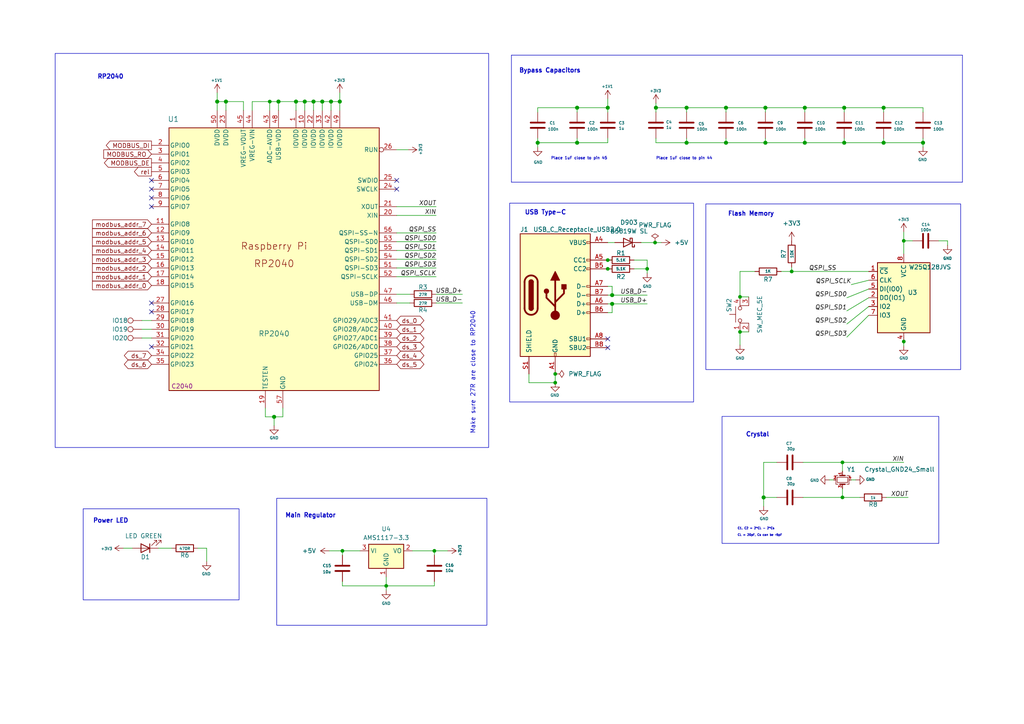
<source format=kicad_sch>
(kicad_sch (version 20230121) (generator eeschema)
  (paper "A4")
  (title_block (title "CPU") (date "2023-11-24"))
  (lib_symbols
    (symbol "00_project_library:AMS1117-3.3"
      (property "Reference" "U" (at -3.81 3.175 0))
      (property "Value" "AMS1117-3.3" (at 0 3.175 0))
      (symbol "AMS1117-3.3_1_1"
        (pin power_in line (at 0 -7.62 90) (length 2.54) (name "GND") (number "1"))
        (pin power_out line (at 7.62 0 180) (length 2.54) (name "VO") (number "2"))
        (pin power_in line (at -7.62 0 0) (length 2.54) (name "VI") (number "3"))
      )
    )
    (symbol "00_project_library:C" (pin_numbers hide) (pin_names (offset 0.254))
      (property "Reference" "C" (at 0.635 2.54 0))
      (property "Value" "C" (at 0.635 -2.54 0))
      (symbol "C_1_1"
        (pin passive line (at 0 3.81 270) (length 2.794) (name "~") (number "1"))
        (pin passive line (at 0 -3.81 90) (length 2.794) (name "~") (number "2"))
      )
    )
    (symbol "00_project_library:Crystal_GND24_Small" (pin_names (offset 1.016) hide)
      (property "Reference" "Y" (at 1.27 4.445 0))
      (property "Value" "Crystal_GND24_Small" (at 1.27 2.54 0))
      (symbol "Crystal_GND24_Small_1_1"
        (pin passive line (at -2.54 0 0) (length 1.27) (name "1") (number "1"))
        (pin passive line (at 0 -2.54 90) (length 0.635) (name "2") (number "2"))
        (pin passive line (at 2.54 0 180) (length 1.27) (name "3") (number "3"))
        (pin passive line (at 0 2.54 270) (length 0.635) (name "4") (number "4"))
      )
    )
    (symbol "00_project_library:LED GREEN" (pin_numbers hide) (pin_names (offset 1.016) hide)
      (property "Reference" "D" (at 0 2.54 0))
      (property "Value" "LED GREEN" (at 0 -2.54 0))
      (symbol "LED GREEN_1_1"
        (pin passive line (at -3.81 0 0) (length 2.54) (name "K") (number "1"))
        (pin passive line (at 3.81 0 180) (length 2.54) (name "A") (number "2"))
      )
    )
    (symbol "00_project_library:RP2040" (pin_names (offset 0.254))
      (property "Reference" "U" (at 1.27 78.74 0))
      (property "Value" "RP2040" (at 30.48 16.51 0))
      (symbol "RP2040_0_0"
        (text "Raspberry Pi" (at 30.48 41.91 0) (effects (font (size 2 2))))
        (text "RP2040" (at 30.48 36.83 0) (effects (font (size 2 2))))
      )
      (symbol "RP2040_1_1"
        (pin power_in line (at 36.83 81.28 270) (length 5.08) (name "IOVDD") (number "1"))
        (pin power_in line (at 39.37 81.28 270) (length 5.08) (name "IOVDD") (number "10"))
        (pin bidirectional line (at -5.08 48.26 0) (length 5.08) (name "GPIO8") (number "11"))
        (pin bidirectional line (at -5.08 45.72 0) (length 5.08) (name "GPIO9") (number "12"))
        (pin bidirectional line (at -5.08 43.18 0) (length 5.08) (name "GPIO10") (number "13"))
        (pin bidirectional line (at -5.08 40.64 0) (length 5.08) (name "GPIO11") (number "14"))
        (pin bidirectional line (at -5.08 38.1 0) (length 5.08) (name "GPIO12") (number "15"))
        (pin bidirectional line (at -5.08 35.56 0) (length 5.08) (name "GPIO13") (number "16"))
        (pin bidirectional line (at -5.08 33.02 0) (length 5.08) (name "GPIO14") (number "17"))
        (pin bidirectional line (at -5.08 30.48 0) (length 5.08) (name "GPIO15") (number "18"))
        (pin input line (at 27.94 -5.08 90) (length 5.08) (name "TESTEN") (number "19"))
        (pin bidirectional line (at -5.08 71.12 0) (length 5.08) (name "GPIO0") (number "2"))
        (pin bidirectional line (at 66.04 50.8 180) (length 5.08) (name "XIN") (number "20"))
        (pin output line (at 66.04 53.34 180) (length 5.08) (name "XOUT") (number "21"))
        (pin power_in line (at 41.91 81.28 270) (length 5.08) (name "IOVDD") (number "22"))
        (pin power_in line (at 16.51 81.28 270) (length 5.08) (name "DVDD") (number "23"))
        (pin unspecified line (at 66.04 58.42 180) (length 5.08) (name "SWCLK") (number "24"))
        (pin unspecified line (at 66.04 60.96 180) (length 5.08) (name "SWDIO") (number "25"))
        (pin input inverted (at 66.04 69.85 180) (length 5.08) (name "RUN") (number "26"))
        (pin bidirectional line (at -5.08 25.4 0) (length 5.08) (name "GPIO16") (number "27"))
        (pin bidirectional line (at -5.08 22.86 0) (length 5.08) (name "GPIO17") (number "28"))
        (pin bidirectional line (at -5.08 20.32 0) (length 5.08) (name "GPIO18") (number "29"))
        (pin bidirectional line (at -5.08 68.58 0) (length 5.08) (name "GPIO1") (number "3"))
        (pin bidirectional line (at -5.08 17.78 0) (length 5.08) (name "GPIO19") (number "30"))
        (pin bidirectional line (at -5.08 15.24 0) (length 5.08) (name "GPIO20") (number "31"))
        (pin bidirectional line (at -5.08 12.7 0) (length 5.08) (name "GPIO21") (number "32"))
        (pin power_in line (at 44.45 81.28 270) (length 5.08) (name "IOVDD") (number "33"))
        (pin bidirectional line (at -5.08 10.16 0) (length 5.08) (name "GPIO22") (number "34"))
        (pin bidirectional line (at -5.08 7.62 0) (length 5.08) (name "GPIO23") (number "35"))
        (pin bidirectional line (at 66.04 7.62 180) (length 5.08) (name "GPIO24") (number "36"))
        (pin bidirectional line (at 66.04 10.16 180) (length 5.08) (name "GPIO25") (number "37"))
        (pin bidirectional line (at 66.04 12.7 180) (length 5.08) (name "GPIO26/ADC0") (number "38"))
        (pin bidirectional line (at 66.04 15.24 180) (length 5.08) (name "GPIO27/ADC1") (number "39"))
        (pin bidirectional line (at -5.08 66.04 0) (length 5.08) (name "GPIO2") (number "4"))
        (pin bidirectional line (at 66.04 17.78 180) (length 5.08) (name "GPIO28/ADC2") (number "40"))
        (pin bidirectional line (at 66.04 20.32 180) (length 5.08) (name "GPIO29/ADC3") (number "41"))
        (pin power_in line (at 46.99 81.28 270) (length 5.08) (name "IOVDD") (number "42"))
        (pin power_in line (at 29.21 81.28 270) (length 5.08) (name "ADC-AVDD") (number "43"))
        (pin power_in line (at 24.13 81.28 270) (length 5.08) (name "VREG-VIN") (number "44"))
        (pin power_out line (at 21.59 81.28 270) (length 5.08) (name "VREG-VOUT") (number "45"))
        (pin bidirectional line (at 66.04 25.4 180) (length 5.08) (name "USB-DM") (number "46"))
        (pin bidirectional line (at 66.04 27.94 180) (length 5.08) (name "USB-DP") (number "47"))
        (pin power_in line (at 31.75 81.28 270) (length 5.08) (name "USB-VDD") (number "48"))
        (pin power_in line (at 49.53 81.28 270) (length 5.08) (name "IOVDD") (number "49"))
        (pin bidirectional line (at -5.08 63.5 0) (length 5.08) (name "GPIO3") (number "5"))
        (pin power_in line (at 13.97 81.28 270) (length 5.08) (name "DVDD") (number "50"))
        (pin bidirectional line (at 66.04 35.56 180) (length 5.08) (name "QSPI-SD3") (number "51"))
        (pin bidirectional line (at 66.04 33.02 180) (length 5.08) (name "QSPI-SCLK") (number "52"))
        (pin bidirectional line (at 66.04 43.18 180) (length 5.08) (name "QSPI-SD0") (number "53"))
        (pin bidirectional line (at 66.04 38.1 180) (length 5.08) (name "QSPI-SD2") (number "54"))
        (pin bidirectional line (at 66.04 40.64 180) (length 5.08) (name "QSPI-SD1") (number "55"))
        (pin bidirectional line (at 66.04 45.72 180) (length 5.08) (name "QSPI-SS-N") (number "56"))
        (pin power_in line (at 33.02 -5.08 90) (length 5.08) (name "GND") (number "57"))
        (pin bidirectional line (at -5.08 60.96 0) (length 5.08) (name "GPIO4") (number "6"))
        (pin bidirectional line (at -5.08 58.42 0) (length 5.08) (name "GPIO5") (number "7"))
        (pin bidirectional line (at -5.08 55.88 0) (length 5.08) (name "GPIO6") (number "8"))
        (pin bidirectional line (at -5.08 53.34 0) (length 5.08) (name "GPIO7") (number "9"))
      )
    )
    (symbol "00_project_library:SW_MEC_5E" (pin_names (offset 1.016) hide)
      (property "Reference" "SW" (at 0.635 5.715 0))
      (property "Value" "SW_MEC_5E" (at 0 -3.175 0))
      (symbol "SW_MEC_5E_0_1"
        (pin passive line (at -5.08 2.54 0) (length 2.54) (name "1") (number "1"))
        (pin passive line (at -5.08 0 0) (length 2.54) (name "2") (number "2"))
        (pin passive line (at 5.08 0 180) (length 2.54) (name "K") (number "3"))
        (pin passive line (at 5.08 2.54 180) (length 2.54) (name "A") (number "4"))
      )
    )
    (symbol "00_project_library:USB_C_Receptacle_USB2.0" (pin_names (offset 1.016))
      (property "Reference" "J" (at -10.16 19.05 0))
      (property "Value" "USB_C_Receptacle_USB2.0" (at 19.05 19.05 0))
      (symbol "USB_C_Receptacle_USB2.0_1_1"
        (pin passive line (at 0 -22.86 90) (length 5.08) (name "GND") (number "A1"))
        (pin passive line (at 0 -22.86 90) (length 5.08) hide (name "GND") (number "A12"))
        (pin passive line (at 15.24 15.24 180) (length 5.08) (name "VBUS") (number "A4"))
        (pin bidirectional line (at 15.24 10.16 180) (length 5.08) (name "CC1") (number "A5"))
        (pin bidirectional line (at 15.24 -2.54 180) (length 5.08) (name "D+") (number "A6"))
        (pin bidirectional line (at 15.24 2.54 180) (length 5.08) (name "D-") (number "A7"))
        (pin bidirectional line (at 15.24 -12.7 180) (length 5.08) (name "SBU1") (number "A8"))
        (pin passive line (at 15.24 15.24 180) (length 5.08) hide (name "VBUS") (number "A9"))
        (pin passive line (at 0 -22.86 90) (length 5.08) hide (name "GND") (number "B1"))
        (pin passive line (at 0 -22.86 90) (length 5.08) hide (name "GND") (number "B12"))
        (pin passive line (at 15.24 15.24 180) (length 5.08) hide (name "VBUS") (number "B4"))
        (pin bidirectional line (at 15.24 7.62 180) (length 5.08) (name "CC2") (number "B5"))
        (pin bidirectional line (at 15.24 -5.08 180) (length 5.08) (name "D+") (number "B6"))
        (pin bidirectional line (at 15.24 0 180) (length 5.08) (name "D-") (number "B7"))
        (pin bidirectional line (at 15.24 -15.24 180) (length 5.08) (name "SBU2") (number "B8"))
        (pin passive line (at 15.24 15.24 180) (length 5.08) hide (name "VBUS") (number "B9"))
        (pin passive line (at -7.62 -22.86 90) (length 5.08) (name "SHIELD") (number "S1"))
      )
    )
    (symbol "00_project_library:W25Q128JVS"
      (property "Reference" "U" (at -8.89 8.89 0))
      (property "Value" "W25Q128JVS" (at 7.62 8.89 0))
      (symbol "W25Q128JVS_1_1"
        (pin input line (at -10.16 7.62 0) (length 2.54) (name "~{CS}") (number "1"))
        (pin bidirectional line (at -10.16 0 0) (length 2.54) (name "DO(IO1)") (number "2"))
        (pin bidirectional line (at -10.16 -2.54 0) (length 2.54) (name "IO2") (number "3"))
        (pin power_in line (at 0 -12.7 90) (length 2.54) (name "GND") (number "4"))
        (pin bidirectional line (at -10.16 2.54 0) (length 2.54) (name "DI(IO0)") (number "5"))
        (pin input line (at -10.16 5.08 0) (length 2.54) (name "CLK") (number "6"))
        (pin bidirectional line (at -10.16 -5.08 0) (length 2.54) (name "IO3") (number "7"))
        (pin power_in line (at 0 12.7 270) (length 2.54) (name "VCC") (number "8"))
      )
    )
    (symbol "Connector:TestPoint" (pin_numbers hide) (pin_names (offset 0.762) hide)
      (property "Reference" "TP" (at 0 6.858 0))
      (property "Value" "TestPoint" (at 0 5.08 0))
      (symbol "TestPoint_1_1"
        (pin passive line (at 0 0 90) (length 2.54) (name "1") (number "1"))
      )
    )
    (symbol "Device:D_Schottky" (pin_numbers hide) (pin_names (offset 1.016) hide)
      (property "Reference" "D" (at 0 2.54 0))
      (property "Value" "D_Schottky" (at 0 -2.54 0))
      (symbol "D_Schottky_1_1"
        (pin passive line (at -3.81 0 0) (length 2.54) (name "K") (number "1"))
        (pin passive line (at 3.81 0 180) (length 2.54) (name "A") (number "2"))
      )
    )
    (symbol "Device:R" (pin_numbers hide) (pin_names (offset 0))
      (property "Reference" "R" (at 2.032 0 90))
      (property "Value" "R" (at 0 0 90))
      (symbol "R_1_1"
        (pin passive line (at 0 3.81 270) (length 1.27) (name "~") (number "1"))
        (pin passive line (at 0 -3.81 90) (length 1.27) (name "~") (number "2"))
      )
    )
    (symbol "power:+1V1" (power) (pin_names (offset 0))
      (property "Value" "+1V1" (at 0 3.556 0))
      (symbol "+1V1_1_1"
        (pin power_in line (at 0 0 90) (length 0) hide (name "+1V1") (number "1"))
      )
    )
    (symbol "power:+3V3" (power) (pin_names (offset 0))
      (property "Value" "+3V3" (at 0 3.556 0))
      (symbol "+3V3_1_1"
        (pin power_in line (at 0 0 90) (length 0) hide (name "+3V3") (number "1"))
      )
    )
    (symbol "power:+5V" (power) (pin_names (offset 0))
      (property "Value" "+5V" (at 0 3.556 0))
      (symbol "+5V_1_1"
        (pin power_in line (at 0 0 90) (length 0) hide (name "+5V") (number "1"))
      )
    )
    (symbol "power:GND" (power) (pin_names (offset 0))
      (property "Value" "GND" (at 0 -3.81 0))
      (symbol "GND_1_1"
        (pin power_in line (at 0 0 270) (length 0) hide (name "GND") (number "1"))
      )
    )
    (symbol "power:PWR_FLAG" (power) (pin_numbers hide) (pin_names (offset 0) hide)
      (property "Value" "PWR_FLAG" (at 0 3.81 0))
      (symbol "PWR_FLAG_0_0"
        (pin power_out line (at 0 0 90) (length 0) (name "pwr") (number "1"))
      )
    )
  )
  (junction (at 90.932 29.464) (diameter 1.016))
  (junction (at 262.128 69.85))
  (junction (at 79.502 120.904) (diameter 1.016))
  (junction (at 214.63 86.106))
  (junction (at 176.276 31.242) (diameter 1.016))
  (junction (at 262.128 99.06))
  (junction (at 98.552 29.464) (diameter 1.016))
  (junction (at 221.996 31.242) (diameter 1.016))
  (junction (at 155.956 41.402) (diameter 1.016))
  (junction (at 78.232 29.464))
  (junction (at 187.706 77.978))
  (junction (at 233.426 31.242) (diameter 1.016))
  (junction (at 62.992 29.464) (diameter 1.016))
  (junction (at 221.996 41.402) (diameter 1.016))
  (junction (at 244.856 31.242) (diameter 1.016))
  (junction (at 88.392 29.464) (diameter 1.016))
  (junction (at 112.014 169.926))
  (junction (at 167.386 41.402) (diameter 1.016))
  (junction (at 80.772 29.464) (diameter 1.016))
  (junction (at 210.566 31.242) (diameter 1.016))
  (junction (at 190.246 31.242) (diameter 1.016))
  (junction (at 214.63 96.266))
  (junction (at 267.716 41.402) (diameter 1.016))
  (junction (at 96.012 29.464) (diameter 1.016))
  (junction (at 99.314 159.766))
  (junction (at 177.546 88.138) (diameter 1.016))
  (junction (at 176.276 75.438))
  (junction (at 85.852 29.464) (diameter 1.016))
  (junction (at 65.532 29.464) (diameter 1.016))
  (junction (at 256.286 31.242) (diameter 1.016))
  (junction (at 199.136 41.402) (diameter 1.016))
  (junction (at 125.984 159.766))
  (junction (at 210.566 41.402) (diameter 1.016))
  (junction (at 244.348 134.112))
  (junction (at 221.488 144.272) (diameter 1.016))
  (junction (at 256.286 41.402) (diameter 1.016))
  (junction (at 161.036 108.458))
  (junction (at 161.036 110.998))
  (junction (at 93.472 29.464) (diameter 1.016))
  (junction (at 233.426 41.402) (diameter 1.016))
  (junction (at 244.856 41.402) (diameter 1.016))
  (junction (at 244.348 144.272))
  (junction (at 229.616 78.74))
  (junction (at 177.546 85.598) (diameter 1.016))
  (junction (at 176.276 77.978))
  (junction (at 167.386 31.242) (diameter 1.016))
  (junction (at 199.136 31.242) (diameter 1.016))
  (junction (at 189.992 70.358))
  (no_connect (at 176.276 100.838))
  (no_connect (at 43.942 52.324))
  (no_connect (at 176.276 98.298))
  (no_connect (at 115.062 52.324))
  (no_connect (at 43.942 100.584))
  (no_connect (at 43.942 90.424))
  (no_connect (at 43.942 87.884))
  (no_connect (at 115.062 54.864))
  (no_connect (at 43.942 54.864))
  (no_connect (at 43.942 59.944))
  (no_connect (at 43.942 57.404))
  (wire (pts (xy 98.552 32.004) (xy 98.552 29.464)))
  (wire (pts (xy 183.896 75.438) (xy 187.706 75.438)))
  (wire (pts (xy 115.062 70.104) (xy 126.492 70.104)))
  (wire (pts (xy 79.502 120.904) (xy 82.042 120.904)))
  (wire (pts (xy 82.042 120.904) (xy 82.042 118.364)))
  (wire (pts (xy 90.932 29.464) (xy 93.472 29.464)))
  (wire (pts (xy 80.772 32.004) (xy 80.772 29.464)))
  (wire (pts (xy 221.996 41.402) (xy 210.566 41.402)))
  (wire (pts (xy 96.012 29.464) (xy 98.552 29.464)))
  (wire (pts (xy 93.472 29.464) (xy 96.012 29.464)))
  (wire (pts (xy 272.288 69.85) (xy 274.828 69.85)))
  (wire (pts (xy 256.286 32.512) (xy 256.286 31.242)))
  (wire (pts (xy 125.984 161.036) (xy 125.984 159.766)))
  (wire (pts (xy 112.014 169.926) (xy 112.014 171.196)))
  (wire (pts (xy 199.136 40.132) (xy 199.136 41.402)))
  (wire (pts (xy 115.062 62.484) (xy 126.492 62.484)))
  (wire (pts (xy 251.968 88.9) (xy 245.618 93.98)))
  (wire (pts (xy 233.426 32.512) (xy 233.426 31.242)))
  (polyline (pts (xy 148.336 16.002) (xy 148.336 52.832)))
  (wire (pts (xy 190.246 31.242) (xy 190.246 32.512)))
  (wire (pts (xy 229.616 77.47) (xy 229.616 78.74)))
  (wire (pts (xy 167.386 41.402) (xy 167.386 40.132)))
  (wire (pts (xy 256.286 31.242) (xy 267.716 31.242)))
  (wire (pts (xy 262.128 99.06) (xy 262.128 100.33)))
  (wire (pts (xy 115.062 67.564) (xy 126.492 67.564)))
  (wire (pts (xy 199.136 31.242) (xy 210.566 31.242)))
  (wire (pts (xy 78.232 32.004) (xy 78.232 29.464)))
  (wire (pts (xy 177.546 85.598) (xy 187.706 85.598)))
  (wire (pts (xy 256.286 41.402) (xy 244.856 41.402)))
  (wire (pts (xy 115.062 59.944) (xy 126.492 59.944)))
  (wire (pts (xy 214.63 78.74) (xy 214.63 86.106)))
  (wire (pts (xy 79.502 123.444) (xy 79.502 120.904)))
  (wire (pts (xy 232.918 144.272) (xy 244.348 144.272)))
  (wire (pts (xy 251.968 83.82) (xy 245.618 86.36)))
  (polyline (pts (xy 279.146 52.832) (xy 148.336 52.832)))
  (wire (pts (xy 190.246 40.132) (xy 190.246 41.402)))
  (wire (pts (xy 57.404 159.004) (xy 59.944 159.004)))
  (wire (pts (xy 244.856 41.402) (xy 233.426 41.402)))
  (wire (pts (xy 244.856 40.132) (xy 244.856 41.402)))
  (wire (pts (xy 155.956 41.402) (xy 167.386 41.402)))
  (wire (pts (xy 99.314 168.656) (xy 99.314 169.926)))
  (wire (pts (xy 88.392 29.464) (xy 90.932 29.464)))
  (wire (pts (xy 115.062 72.644) (xy 126.492 72.644)))
  (wire (pts (xy 78.232 29.464) (xy 80.772 29.464)))
  (wire (pts (xy 99.314 159.766) (xy 99.314 161.036)))
  (wire (pts (xy 185.928 70.358) (xy 189.992 70.358)))
  (wire (pts (xy 59.944 159.004) (xy 59.944 162.814)))
  (wire (pts (xy 93.472 32.004) (xy 93.472 29.464)))
  (wire (pts (xy 218.948 78.74) (xy 214.63 78.74)))
  (wire (pts (xy 244.856 31.242) (xy 256.286 31.242)))
  (wire (pts (xy 267.716 41.402) (xy 267.716 42.672)))
  (wire (pts (xy 62.992 26.924) (xy 62.992 29.464)))
  (wire (pts (xy 65.532 32.004) (xy 65.532 29.464)))
  (wire (pts (xy 274.828 69.85) (xy 274.828 71.12)))
  (wire (pts (xy 126.492 85.344) (xy 134.112 85.344)))
  (wire (pts (xy 76.962 120.904) (xy 76.962 118.364)))
  (wire (pts (xy 41.148 98.044) (xy 43.942 98.044)))
  (wire (pts (xy 214.63 100.076) (xy 214.63 96.266)))
  (wire (pts (xy 244.348 141.732) (xy 244.348 144.272)))
  (wire (pts (xy 85.852 32.004) (xy 85.852 29.464)))
  (wire (pts (xy 244.856 32.512) (xy 244.856 31.242)))
  (wire (pts (xy 161.036 108.458) (xy 161.036 110.998)))
  (wire (pts (xy 153.416 110.998) (xy 161.036 110.998)))
  (wire (pts (xy 251.968 81.28) (xy 246.888 82.55)))
  (wire (pts (xy 225.298 144.272) (xy 221.488 144.272)))
  (wire (pts (xy 267.716 32.512) (xy 267.716 31.242)))
  (wire (pts (xy 176.276 28.702) (xy 176.276 31.242)))
  (wire (pts (xy 73.152 32.004) (xy 73.152 29.464)))
  (wire (pts (xy 262.128 67.31) (xy 262.128 69.85)))
  (wire (pts (xy 240.538 139.192) (xy 241.808 139.192)))
  (wire (pts (xy 190.246 31.242) (xy 199.136 31.242)))
  (wire (pts (xy 190.246 41.402) (xy 199.136 41.402)))
  (wire (pts (xy 225.298 134.112) (xy 221.488 134.112)))
  (wire (pts (xy 112.014 167.386) (xy 112.014 169.926)))
  (wire (pts (xy 35.814 159.004) (xy 38.354 159.004)))
  (wire (pts (xy 176.276 85.598) (xy 177.546 85.598)))
  (wire (pts (xy 90.932 32.004) (xy 90.932 29.464)))
  (wire (pts (xy 85.852 29.464) (xy 88.392 29.464)))
  (wire (pts (xy 96.012 29.464) (xy 96.012 32.004)))
  (wire (pts (xy 267.716 40.132) (xy 267.716 41.402)))
  (wire (pts (xy 210.566 40.132) (xy 210.566 41.402)))
  (wire (pts (xy 257.048 144.272) (xy 263.398 144.272)))
  (wire (pts (xy 214.63 96.266) (xy 217.17 96.266)))
  (wire (pts (xy 262.128 97.79) (xy 262.128 99.06)))
  (wire (pts (xy 221.488 144.272) (xy 221.488 146.812)))
  (wire (pts (xy 229.616 78.74) (xy 251.968 78.74)))
  (wire (pts (xy 155.956 31.242) (xy 167.386 31.242)))
  (wire (pts (xy 99.314 169.926) (xy 112.014 169.926)))
  (wire (pts (xy 70.612 29.464) (xy 65.532 29.464)))
  (wire (pts (xy 104.394 159.766) (xy 99.314 159.766)))
  (wire (pts (xy 115.062 87.884) (xy 118.872 87.884)))
  (wire (pts (xy 41.148 95.504) (xy 43.942 95.504)))
  (wire (pts (xy 244.348 144.272) (xy 249.428 144.272)))
  (wire (pts (xy 183.896 77.978) (xy 187.706 77.978)))
  (wire (pts (xy 95.504 159.766) (xy 99.314 159.766)))
  (wire (pts (xy 126.492 87.884) (xy 134.112 87.884)))
  (wire (pts (xy 115.062 85.344) (xy 118.872 85.344)))
  (wire (pts (xy 176.276 31.242) (xy 176.276 32.512)))
  (wire (pts (xy 244.348 134.112) (xy 244.348 136.652)))
  (wire (pts (xy 176.276 77.978) (xy 177.546 77.978)))
  (wire (pts (xy 262.128 69.85) (xy 262.128 73.66)))
  (wire (pts (xy 251.968 91.44) (xy 245.618 97.79)))
  (wire (pts (xy 45.974 159.004) (xy 49.784 159.004)))
  (wire (pts (xy 233.426 40.132) (xy 233.426 41.402)))
  (wire (pts (xy 73.152 29.464) (xy 78.232 29.464)))
  (wire (pts (xy 155.956 41.402) (xy 155.956 42.672)))
  (wire (pts (xy 129.794 159.766) (xy 125.984 159.766)))
  (wire (pts (xy 262.128 69.85) (xy 264.668 69.85)))
  (wire (pts (xy 233.426 41.402) (xy 221.996 41.402)))
  (wire (pts (xy 233.426 31.242) (xy 244.856 31.242)))
  (wire (pts (xy 210.566 32.512) (xy 210.566 31.242)))
  (polyline (pts (xy 148.336 16.002) (xy 279.146 16.002)))
  (wire (pts (xy 112.014 169.926) (xy 125.984 169.926)))
  (wire (pts (xy 167.386 31.242) (xy 176.276 31.242)))
  (wire (pts (xy 153.416 108.458) (xy 153.416 110.998)))
  (wire (pts (xy 115.062 43.434) (xy 118.364 43.434)))
  (wire (pts (xy 41.148 92.964) (xy 43.942 92.964)))
  (wire (pts (xy 187.706 77.978) (xy 187.706 79.248)))
  (wire (pts (xy 88.392 32.004) (xy 88.392 29.464)))
  (wire (pts (xy 176.276 41.402) (xy 167.386 41.402)))
  (wire (pts (xy 80.772 29.464) (xy 85.852 29.464)))
  (wire (pts (xy 221.996 31.242) (xy 233.426 31.242)))
  (wire (pts (xy 251.968 86.36) (xy 245.618 90.17)))
  (wire (pts (xy 176.276 70.358) (xy 178.308 70.358)))
  (wire (pts (xy 125.984 159.766) (xy 119.634 159.766)))
  (wire (pts (xy 221.996 40.132) (xy 221.996 41.402)))
  (wire (pts (xy 62.992 29.464) (xy 62.992 32.004)))
  (wire (pts (xy 79.502 120.904) (xy 76.962 120.904)))
  (wire (pts (xy 62.992 29.464) (xy 65.532 29.464)))
  (wire (pts (xy 167.386 32.512) (xy 167.386 31.242)))
  (wire (pts (xy 210.566 41.402) (xy 199.136 41.402)))
  (wire (pts (xy 176.276 83.058) (xy 177.546 83.058)))
  (wire (pts (xy 125.984 168.656) (xy 125.984 169.926)))
  (wire (pts (xy 176.276 90.678) (xy 177.546 90.678)))
  (wire (pts (xy 256.286 41.402) (xy 267.716 41.402)))
  (wire (pts (xy 177.546 83.058) (xy 177.546 85.598)))
  (wire (pts (xy 155.956 40.132) (xy 155.956 41.402)))
  (polyline (pts (xy 279.146 16.002) (xy 279.146 52.832)))
  (wire (pts (xy 98.552 26.924) (xy 98.552 29.464)))
  (wire (pts (xy 187.706 75.438) (xy 187.706 77.978)))
  (wire (pts (xy 246.888 139.192) (xy 248.158 139.192)))
  (wire (pts (xy 221.488 134.112) (xy 221.488 144.272)))
  (wire (pts (xy 115.062 80.264) (xy 126.492 80.264)))
  (wire (pts (xy 177.546 88.138) (xy 187.706 88.138)))
  (wire (pts (xy 189.992 70.358) (xy 191.77 70.358)))
  (wire (pts (xy 256.286 40.132) (xy 256.286 41.402)))
  (wire (pts (xy 115.062 77.724) (xy 126.492 77.724)))
  (wire (pts (xy 232.918 134.112) (xy 244.348 134.112)))
  (wire (pts (xy 190.246 29.972) (xy 190.246 31.242)))
  (wire (pts (xy 70.612 32.004) (xy 70.612 29.464)))
  (wire (pts (xy 176.276 40.132) (xy 176.276 41.402)))
  (wire (pts (xy 155.956 32.512) (xy 155.956 31.242)))
  (wire (pts (xy 244.348 134.112) (xy 262.128 134.112)))
  (wire (pts (xy 176.276 88.138) (xy 177.546 88.138)))
  (wire (pts (xy 177.546 90.678) (xy 177.546 88.138)))
  (wire (pts (xy 176.276 75.438) (xy 177.546 75.438)))
  (wire (pts (xy 214.63 86.106) (xy 217.17 86.106)))
  (wire (pts (xy 210.566 31.242) (xy 221.996 31.242)))
  (wire (pts (xy 221.996 32.512) (xy 221.996 31.242)))
  (wire (pts (xy 226.568 78.74) (xy 229.616 78.74)))
  (wire (pts (xy 199.136 32.512) (xy 199.136 31.242)))
  (wire (pts (xy 115.062 75.184) (xy 126.492 75.184)))
  (rectangle (start 209.423 120.777) (end 272.288 157.607))
  (rectangle (start 204.724 59.1509) (end 278.638 107.188))
  (rectangle (start 16.002 15.494) (end 141.732 129.794))
  (rectangle (start 80.264 144.526) (end 141.224 181.356))
  (rectangle (start 147.828 58.928) (end 201.168 116.586))
  (rectangle (start 24.13 147.574) (end 69.342 173.99))
  (text "USB Type-C" (at 152.146 62.484 0) (effects (font (size 1.27 1.27) (thickness 0.254) bold) (justify left bottom)))
  (text "Crystal" (at 216.281 126.873 0) (effects (font (size 1.27 1.27) (thickness 0.254) bold) (justify left bottom)))
  (text "Make sure 27R are close to RP2040" (at 137.922 125.984 90) (effects (font (size 1.27 1.27)) (justify left bottom)))
  (text "RP2040" (at 28.194 23.114 0) (effects (font (size 1.27 1.27) (thickness 0.254) bold) (justify left bottom)))
  (text "Place 1uF close to pin 44" (at 190.246 46.482 0) (effects (font (size 0.8 0.8)) (justify left bottom)))
  (text "Place 1uF close to pin 45" (at 159.766 46.482 0) (effects (font (size 0.8 0.8)) (justify left bottom)))
  (text "Power LED" (at 26.924 151.892 0) (effects (font (size 1.27 1.27) (thickness 0.254) bold) (justify left bottom)))
  (text "Main Regulator" (at 82.677 150.368 0) (effects (font (size 1.27 1.27) (thickness 0.254) bold) (justify left bottom)))
  (text "Flash Memory" (at 211.074 62.865 0) (effects (font (size 1.27 1.27) (thickness 0.254) bold) (justify left bottom)))
  (text "Bypass Capacitors" (at 150.495 21.336 0) (effects (font (size 1.27 1.27) (thickness 0.254) bold) (justify left bottom)))
  (text "C1, C2 = 2*CL - 2*Cs\n\nCL = 20pF, Cs can be ~5pF" (at 213.868 155.702 0) (effects (font (size 0.6 0.6)) (justify left bottom)))
  (label "QSPI_SCLK" (at 126.492 80.264 180) (effects (font italic)))
  (label "QSPI_SD2" (at 245.618 93.98 180) (effects (font italic)))
  (label "QSPI_SS" (at 126.492 67.564 180) (effects (font italic)))
  (label "QSPI_SD1" (at 245.618 90.17 180) (effects (font italic)))
  (label "QSPI_SD2" (at 126.492 75.184 180) (effects (font italic)))
  (label "QSPI_SD0" (at 126.492 70.104 180) (effects (font italic)))
  (label "XOUT" (at 263.398 144.272 180) (effects (font italic)))
  (label "QSPI_SD1" (at 126.492 72.644 180) (effects (font italic)))
  (label "QSPI_SD0" (at 245.618 86.36 180) (effects (font italic)))
  (label "USB_D+" (at 134.112 85.344 180) (effects (font italic)))
  (label "XIN" (at 262.128 134.112 180) (effects (font italic)))
  (label "QSPI_SCLK" (at 246.888 82.55 180) (effects (font italic)))
  (label "QSPI_SD3" (at 245.618 97.79 180) (effects (font italic)))
  (label "QSPI_SD3" (at 126.492 77.724 180) (effects (font italic)))
  (label "USB_D-" (at 187.706 85.598 180) (effects (font italic)))
  (label "XOUT" (at 126.492 59.944 180) (effects (font italic)))
  (label "QSPI_SS" (at 242.57 78.74 180) (effects (font italic)))
  (label "XIN" (at 126.492 62.484 180) (effects (font italic)))
  (label "USB_D-" (at 134.112 87.884 180) (effects (font italic)))
  (label "USB_D+" (at 187.706 88.138 180) (effects (font italic)))
  (global_label "modbus_addr_5" (shape input) (at 43.942 70.104 180) (property "Intersheetrefs" "${INTERSHEET_REFS}" (effects hide)))
  (global_label "modbus_addr_4" (shape input) (at 43.942 72.644 180) (property "Intersheetrefs" "${INTERSHEET_REFS}" (effects hide)))
  (global_label "ds_3" (shape bidirectional) (at 115.062 100.584 0) (property "Intersheetrefs" "${INTERSHEET_REFS}" (effects hide)))
  (global_label "MODBUS_DE" (shape output) (at 43.942 47.244 180) (property "Intersheetrefs" "${INTERSHEET_REFS}" (effects hide)))
  (global_label "ds_5" (shape bidirectional) (at 115.062 105.664 0) (property "Intersheetrefs" "${INTERSHEET_REFS}" (effects hide)))
  (global_label "ds_7" (shape bidirectional) (at 43.942 103.124 180) (property "Intersheetrefs" "${INTERSHEET_REFS}" (effects hide)))
  (global_label "modbus_addr_2" (shape input) (at 43.942 77.724 180) (property "Intersheetrefs" "${INTERSHEET_REFS}" (effects hide)))
  (global_label "ds_1" (shape bidirectional) (at 115.062 95.504 0) (property "Intersheetrefs" "${INTERSHEET_REFS}" (effects hide)))
  (global_label "modbus_addr_3" (shape input) (at 43.942 75.184 180) (property "Intersheetrefs" "${INTERSHEET_REFS}" (effects hide)))
  (global_label "ds_2" (shape bidirectional) (at 115.062 98.044 0) (property "Intersheetrefs" "${INTERSHEET_REFS}" (effects hide)))
  (global_label "rel" (shape output) (at 43.942 49.784 180) (property "Intersheetrefs" "${INTERSHEET_REFS}" (effects hide)))
  (global_label "ds_6" (shape bidirectional) (at 43.942 105.664 180) (property "Intersheetrefs" "${INTERSHEET_REFS}" (effects hide)))
  (global_label "MODBUS_RO" (shape input) (at 43.942 44.704 180) (property "Intersheetrefs" "${INTERSHEET_REFS}" (effects hide)))
  (global_label "modbus_addr_7" (shape input) (at 43.942 65.024 180) (property "Intersheetrefs" "${INTERSHEET_REFS}" (effects hide)))
  (global_label "MODBUS_DI" (shape output) (at 43.942 42.164 180) (property "Intersheetrefs" "${INTERSHEET_REFS}" (effects hide)))
  (global_label "ds_4" (shape bidirectional) (at 115.062 103.124 0) (property "Intersheetrefs" "${INTERSHEET_REFS}" (effects hide)))
  (global_label "modbus_addr_0" (shape input) (at 43.942 82.804 180) (property "Intersheetrefs" "${INTERSHEET_REFS}" (effects hide)))
  (global_label "modbus_addr_1" (shape input) (at 43.942 80.264 180) (property "Intersheetrefs" "${INTERSHEET_REFS}" (effects hide)))
  (global_label "modbus_addr_6" (shape input) (at 43.942 67.564 180) (property "Intersheetrefs" "${INTERSHEET_REFS}" (effects hide)))
  (global_label "ds_0" (shape bidirectional) (at 115.062 92.964 0) (property "Intersheetrefs" "${INTERSHEET_REFS}" (effects hide)))
  (symbol (lib_id "Device:R") (at 122.682 87.884 270) (unit 1)
    (property "Reference" "R4" (at 122.682 89.916 90))
    (property "Value" "27R" (at 122.682 87.9856 90) (effects (font (size 0.8 0.8))))
    (property "Footprint" "Resistor_SMD:R_0402_1005Metric_Pad0.72x0.64mm_HandSolder" (effects hide))
    (instances (project "pcb_dezentral" (path "" (reference "R4") (unit 1)) (path "" (reference "R904") (unit 1))))
  )
  (symbol (lib_id "00_project_library:Crystal_GND24_Small") (at 244.348 139.192 270) (unit 1)
    (property "Reference" "Y1" (at 245.618 136.144 90) (effects (justify left)))
    (property "Value" "Crystal_GND24_Small" (at 250.698 136.144 90) (effects (justify left)))
    (property "Footprint" "00_project_library:Crystal_SMD_3225-4Pin_3.2x2.5mm" (effects hide))
    (property "JLC" "C9002" (effects hide))
    (instances (project "pcb_dezentral" (path "" (reference "Y1") (unit 1)) (path "" (reference "Y901") (unit 1))))
  )
  (symbol (lib_id "00_project_library:C") (at 229.108 134.112 270) (unit 1)
    (property "Reference" "C7" (at 227.9904 128.651 90) (effects (font (size 0.8 0.8)) (justify left)))
    (property "Value" "30p" (at 228.219 130.175 90) (effects (font (size 0.8 0.8)) (justify left)))
    (property "Footprint" "Capacitor_SMD:C_0402_1005Metric" (effects hide))
    (property "Datasheet" "https://www.digikey.com/en/products/detail/yageo/CC0402JRNPO9BN270/302753" (effects hide))
    (property "JLC" "C1570" (effects hide))
    (instances (project "pcb_dezentral" (path "" (reference "C7") (unit 1)) (path "" (reference "C909") (unit 1))))
  )
  (symbol (lib_id "power:+3V3") (at 35.814 159.004 90) (unit 1)
    (property "Reference" "#PWR08" (effects hide))
    (property "Value" "+3V3" (at 30.9118 159.131 90) (effects (font (size 0.8 0.8))))
    (instances (project "pcb_dezentral" (path "" (reference "#PWR08") (unit 1)) (path "" (reference "#PWR0911") (unit 1))))
  )
  (symbol (lib_id "Device:R") (at 53.594 159.004 270) (unit 1)
    (property "Reference" "R6" (at 53.594 161.036 90))
    (property "Value" "470R" (at 53.594 159.1056 90) (effects (font (size 0.8 0.8))))
    (property "Footprint" "Resistor_SMD:R_0402_1005Metric_Pad0.72x0.64mm_HandSolder" (effects hide))
    (instances (project "pcb_dezentral" (path "" (reference "R6") (unit 1)) (path "" (reference "R905") (unit 1))))
  )
  (symbol (lib_id "power:GND") (at 161.036 110.998 0) (unit 1)
    (property "Reference" "#PWR01" (effects hide))
    (property "Value" "GND" (at 160.909 114.6302 0) (effects (font (size 0.8 0.8))))
    (instances (project "pcb_dezentral" (path "" (reference "#PWR01") (unit 1)) (path "" (reference "#PWR0901") (unit 1))))
  )
  (symbol (lib_id "power:GND") (at 267.716 42.672 0) (unit 1)
    (property "Reference" "#PWR024" (effects hide))
    (property "Value" "GND" (at 267.589 46.3042 0) (effects (font (size 0.8 0.8))))
    (instances (project "pcb_dezentral" (path "" (reference "#PWR024") (unit 1)) (path "" (reference "#PWR0922") (unit 1))))
  )
  (symbol (lib_id "00_project_library:C") (at 155.956 36.322 0) (unit 1)
    (property "Reference" "C1" (at 159.385 35.6616 0) (effects (font (size 0.8 0.8)) (justify left)))
    (property "Value" "100n" (at 158.877 37.465 0) (effects (font (size 0.8 0.8)) (justify left)))
    (property "Footprint" "Capacitor_SMD:C_0402_1005Metric_Pad0.74x0.62mm_HandSolder" (effects hide))
    (instances (project "pcb_dezentral" (path "" (reference "C1") (unit 1)) (path "" (reference "C903") (unit 1))))
  )
  (symbol (lib_id "00_project_library:C") (at 233.426 36.322 0) (unit 1)
    (property "Reference" "C10" (at 236.855 35.6616 0) (effects (font (size 0.8 0.8)) (justify left)))
    (property "Value" "100n" (at 236.347 37.465 0) (effects (font (size 0.8 0.8)) (justify left)))
    (property "Footprint" "Capacitor_SMD:C_0402_1005Metric_Pad0.74x0.62mm_HandSolder" (effects hide))
    (instances (project "pcb_dezentral" (path "" (reference "C10") (unit 1)) (path "" (reference "C912") (unit 1))))
  )
  (symbol (lib_id "power:GND") (at 155.956 42.672 0) (unit 1)
    (property "Reference" "#PWR07" (effects hide))
    (property "Value" "GND" (at 156.083 47.0662 0) (effects (font (size 0.8 0.8))))
    (instances (project "pcb_dezentral" (path "" (reference "#PWR07") (unit 1)) (path "" (reference "#PWR0910") (unit 1))))
  )
  (symbol (lib_id "power:GND") (at 240.538 139.192 270) (unit 1)
    (property "Reference" "#PWR018" (effects hide))
    (property "Value" "GND" (at 236.2708 139.319 90) (effects (font (size 0.8 0.8))))
    (instances (project "pcb_dezentral" (path "" (reference "#PWR018") (unit 1)) (path "" (reference "#PWR0918") (unit 1))))
  )
  (symbol (lib_id "power:+3V3") (at 229.616 69.85 0) (unit 1)
    (property "Reference" "#PWR015" (effects hide))
    (property "Value" "+3V3" (at 229.616 64.77 0))
    (instances (project "pcb_dezentral" (path "" (reference "#PWR015") (unit 1)) (path "" (reference "#PWR0917") (unit 1))))
  )
  (symbol (lib_id "Device:R") (at 253.238 144.272 270) (unit 1)
    (property "Reference" "R8" (at 253.238 146.304 90))
    (property "Value" "1k" (at 253.238 144.3736 90) (effects (font (size 0.8 0.8))))
    (property "Footprint" "Resistor_SMD:R_0402_1005Metric_Pad0.72x0.64mm_HandSolder" (effects hide))
    (instances (project "pcb_dezentral" (path "" (reference "R8") (unit 1)) (path "" (reference "R908") (unit 1))))
  )
  (symbol (lib_id "power:+3V3") (at 118.364 43.434 270) (unit 1)
    (property "Reference" "#PWR013" (effects hide))
    (property "Value" "+3V3" (at 121.9962 43.307 0) (effects (font (size 0.8 0.8))))
    (instances (project "pcb_dezentral" (path "" (reference "#PWR013") (unit 1)) (path "" (reference "#PWR037") (unit 1))))
  )
  (symbol (lib_id "00_project_library:C") (at 167.386 36.322 0) (unit 1)
    (property "Reference" "C2" (at 170.815 35.6616 0) (effects (font (size 0.8 0.8)) (justify left)))
    (property "Value" "100n" (at 170.307 37.465 0) (effects (font (size 0.8 0.8)) (justify left)))
    (property "Footprint" "Capacitor_SMD:C_0402_1005Metric_Pad0.74x0.62mm_HandSolder" (effects hide))
    (instances (project "pcb_dezentral" (path "" (reference "C2") (unit 1)) (path "" (reference "C904") (unit 1))))
  )
  (symbol (lib_id "power:PWR_FLAG") (at 189.992 70.358 0) (unit 1)
    (property "Reference" "#FLG02" (effects hide))
    (property "Value" "PWR_FLAG" (at 189.992 65.278 0))
    (instances (project "pcb_dezentral" (path "" (reference "#FLG02") (unit 1)) (path "" (reference "#FLG0902") (unit 1))))
  )
  (symbol (lib_id "power:+3V3") (at 129.794 159.766 270) (unit 1)
    (property "Reference" "#PWR028" (effects hide))
    (property "Value" "+3V3" (at 133.4262 159.639 0) (effects (font (size 0.8 0.8))))
    (instances (project "pcb_dezentral" (path "" (reference "#PWR028") (unit 1)) (path "" (reference "#PWR0909") (unit 1))))
  )
  (symbol (lib_id "00_project_library:C") (at 99.314 164.846 0) (unit 1)
    (property "Reference" "C15" (at 93.599 164.0586 0) (effects (font (size 0.8 0.8)) (justify left)))
    (property "Value" "10u" (at 93.599 165.862 0) (effects (font (size 0.8 0.8)) (justify left)))
    (property "Footprint" "Capacitor_SMD:C_0603_1608Metric" (effects hide))
    (instances (project "pcb_dezentral" (path "" (reference "C15") (unit 1)) (path "" (reference "C901") (unit 1))))
  )
  (symbol (lib_id "00_project_library:SW_MEC_5E") (at 217.17 91.186 90) (unit 1)
    (property "Reference" "SW2" (at 211.455 90.551 0) (effects (justify left)))
    (property "Value" "SW_MEC_5E" (at 220.345 91.186 0))
    (property "Footprint" "00_project_library:SW_TS-1187A-B-A-B" (effects hide))
    (property "Datasheet" "http://www.apem.com/int/index.php?controller=attachment&id_attachment=1371" (effects hide))
    (property "JLC" "C318884" (effects hide))
    (instances (project "pcb_dezentral" (path "" (reference "SW2") (unit 1)) (path "" (reference "SW901") (unit 1))))
  )
  (symbol (lib_id "power:GND") (at 248.158 139.192 90) (unit 1)
    (property "Reference" "#PWR019" (effects hide))
    (property "Value" "GND" (at 252.4252 139.065 90) (effects (font (size 0.8 0.8))))
    (instances (project "pcb_dezentral" (path "" (reference "#PWR019") (unit 1)) (path "" (reference "#PWR0919") (unit 1))))
  )
  (symbol (lib_id "power:GND") (at 274.828 71.12 0) (unit 1)
    (property "Reference" "#PWR025" (effects hide))
    (property "Value" "GND" (at 274.828 74.93 0) (effects (font (size 0.8 0.8))))
    (instances (project "pcb_dezentral" (path "" (reference "#PWR025") (unit 1)) (path "" (reference "#PWR0923") (unit 1))))
  )
  (symbol (lib_id "power:GND") (at 262.128 100.33 0) (unit 1)
    (property "Reference" "#PWR023" (effects hide))
    (property "Value" "GND" (at 262.128 103.886 0) (effects (font (size 0.8 0.8))))
    (instances (project "pcb_dezentral" (path "" (reference "#PWR023") (unit 1)) (path "" (reference "#PWR0921") (unit 1))))
  )
  (symbol (lib_id "00_project_library:C") (at 221.996 36.322 0) (unit 1)
    (property "Reference" "C9" (at 225.425 35.6616 0) (effects (font (size 0.8 0.8)) (justify left)))
    (property "Value" "100n" (at 224.917 37.465 0) (effects (font (size 0.8 0.8)) (justify left)))
    (property "Footprint" "Capacitor_SMD:C_0402_1005Metric_Pad0.74x0.62mm_HandSolder" (effects hide))
    (instances (project "pcb_dezentral" (path "" (reference "C9") (unit 1)) (path "" (reference "C911") (unit 1))))
  )
  (symbol (lib_id "00_project_library:C") (at 244.856 36.322 0) (unit 1)
    (property "Reference" "C11" (at 248.031 35.6616 0) (effects (font (size 0.8 0.8)) (justify left)))
    (property "Value" "100n" (at 247.777 37.465 0) (effects (font (size 0.8 0.8)) (justify left)))
    (property "Footprint" "Capacitor_SMD:C_0402_1005Metric_Pad0.74x0.62mm_HandSolder" (effects hide))
    (instances (project "pcb_dezentral" (path "" (reference "C11") (unit 1)) (path "" (reference "C913") (unit 1))))
  )
  (symbol (lib_id "Device:R") (at 229.616 73.66 0) (unit 1)
    (property "Reference" "R7" (at 227.33 73.66 90))
    (property "Value" "10K" (at 229.7176 73.66 90) (effects (font (size 0.8 0.8))))
    (property "Footprint" "Resistor_SMD:R_0402_1005Metric_Pad0.72x0.64mm_HandSolder" (effects hide))
    (instances (project "pcb_dezentral" (path "" (reference "R7") (unit 1)) (path "" (reference "R907") (unit 1))))
  )
  (symbol (lib_id "Connector:TestPoint") (at 41.148 95.504 90) (unit 1) (in_bom no)
    (property "Reference" "IO19" (at 34.798 95.504 90))
    (property "Value" "TestPoint" (effects hide))
    (property "Footprint" "TestPoint:TestPoint_Pad_D1.0mm" (effects hide))
  )
  (symbol (lib_id "power:GND") (at 214.63 100.076 0) (unit 1)
    (property "Reference" "#PWR016" (effects hide))
    (property "Value" "GND" (at 214.63 103.886 0) (effects (font (size 0.8 0.8))))
    (instances (project "pcb_dezentral" (path "" (reference "#PWR016") (unit 1)) (path "" (reference "#PWR0915") (unit 1))))
  )
  (symbol (lib_id "power:+3V3") (at 262.128 67.31 0) (unit 1)
    (property "Reference" "#PWR022" (effects hide))
    (property "Value" "+3V3" (at 262.001 63.6778 0) (effects (font (size 0.8 0.8))))
    (instances (project "pcb_dezentral" (path "" (reference "#PWR022") (unit 1)) (path "" (reference "#PWR0920") (unit 1))))
  )
  (symbol (lib_id "power:GND") (at 112.014 171.196 0) (unit 1)
    (property "Reference" "#PWR027" (effects hide))
    (property "Value" "GND" (at 112.014 175.006 0) (effects (font (size 0.8 0.8))))
    (instances (project "pcb_dezentral" (path "" (reference "#PWR027") (unit 1)) (path "" (reference "#PWR0908") (unit 1))))
  )
  (symbol (lib_id "00_project_library:RP2040") (at 49.022 113.284 0) (unit 1)
    (property "Reference" "U1" (at 50.292 34.544 0) (effects (font (size 1.524 1.524))))
    (property "Value" "RP2040" (at 79.502 96.774 0) (effects (font (size 1.524 1.524))))
    (property "Footprint" "00_project_library:RP2040-QFN-56" (effects hide))
    (property "Datasheet" "https://datasheets.raspberrypi.org/rp2040/rp2040-datasheet.pdf" (effects hide))
    (property "Author" "CIRCUITSTATE Electronics" (effects hide))
    (property "License" "CC BY 4.0" (effects hide))
    (property "Revision" "1.3" (effects hide))
    (property "JLC" "C2040" (at 52.832 112.014 0))
    (instances (project "pcb_dezentral" (path "" (reference "U1") (unit 1)) (path "" (reference "U901") (unit 1))))
  )
  (symbol (lib_id "Connector:TestPoint") (at 41.148 92.964 90) (unit 1) (in_bom no)
    (property "Reference" "IO18" (at 34.798 92.964 90))
    (property "Value" "TestPoint" (effects hide))
    (property "Footprint" "TestPoint:TestPoint_Pad_D1.0mm" (effects hide))
  )
  (symbol (lib_id "00_project_library:C") (at 199.136 36.322 0) (unit 1)
    (property "Reference" "C5" (at 202.565 35.9156 0) (effects (font (size 0.8 0.8)) (justify left)))
    (property "Value" "100n" (at 202.057 37.465 0) (effects (font (size 0.8 0.8)) (justify left)))
    (property "Footprint" "Capacitor_SMD:C_0402_1005Metric_Pad0.74x0.62mm_HandSolder" (effects hide))
    (instances (project "pcb_dezentral" (path "" (reference "C5") (unit 1)) (path "" (reference "C907") (unit 1))))
  )
  (symbol (lib_id "Device:R") (at 180.086 75.438 90) (unit 1)
    (property "Reference" "R1" (at 180.086 73.406 90))
    (property "Value" "5.1K" (at 180.086 75.438 90) (effects (font (size 0.8 0.8))))
    (property "Footprint" "Resistor_SMD:R_0402_1005Metric_Pad0.72x0.64mm_HandSolder" (effects hide))
    (instances (project "pcb_dezentral" (path "" (reference "R1") (unit 1)) (path "" (reference "R901") (unit 1))))
  )
  (symbol (lib_id "00_project_library:C") (at 268.478 69.85 90) (unit 1)
    (property "Reference" "C14" (at 269.7226 65.151 90) (effects (font (size 0.8 0.8)) (justify left)))
    (property "Value" "100n" (at 270.129 66.675 90) (effects (font (size 0.8 0.8)) (justify left)))
    (property "Footprint" "Capacitor_SMD:C_0402_1005Metric_Pad0.74x0.62mm_HandSolder" (effects hide))
    (instances (project "pcb_dezentral" (path "" (reference "C14") (unit 1)) (path "" (reference "C916") (unit 1))))
  )
  (symbol (lib_id "00_project_library:USB_C_Receptacle_USB2.0") (at 161.036 85.598 0) (unit 1)
    (property "Reference" "J1" (at 150.876 66.548 0) (effects (justify left)))
    (property "Value" "USB_C_Receptacle_USB2.0" (at 180.086 66.548 0) (effects (justify right)))
    (property "Footprint" "00_project_library:USB_C_Receptacle_Palconn_UTC16-G" (effects hide))
    (property "Datasheet" "https://www.usb.org/sites/default/files/documents/usb_type-c.zip" (effects hide))
    (property "JLC" "C165948" (effects hide))
    (property "DigiKey" "https://www.digikey.com/en/products/detail/gct/USB4105-GF-A/11198441" (effects hide))
    (property "Digikey" "https://www.digikey.com/en/products/detail/gct/USB4105-GF-A/11198441" (effects hide))
    (instances (project "pcb_dezentral" (path "" (reference "J1") (unit 1)) (path "" (reference "J901") (unit 1))))
  )
  (symbol (lib_id "00_project_library:C") (at 176.276 36.322 0) (unit 1)
    (property "Reference" "C3" (at 179.451 35.6616 0) (effects (font (size 0.8 0.8)) (justify left)))
    (property "Value" "1u" (at 179.451 37.211 0) (effects (font (size 0.8 0.8)) (justify left)))
    (property "Footprint" "Capacitor_SMD:C_0402_1005Metric_Pad0.74x0.62mm_HandSolder" (effects hide))
    (instances (project "pcb_dezentral" (path "" (reference "C3") (unit 1)) (path "" (reference "C905") (unit 1))))
  )
  (symbol (lib_id "power:+5V") (at 191.77 70.358 270) (unit 1)
    (property "Reference" "#PWR02" (effects hide))
    (property "Value" "+5V" (at 195.58 70.358 90) (effects (justify left)))
    (instances (project "pcb_dezentral" (path "" (reference "#PWR02") (unit 1)) (path "" (reference "#PWR0902") (unit 1))))
  )
  (symbol (lib_id "00_project_library:C") (at 229.108 144.272 270) (unit 1)
    (property "Reference" "C8" (at 227.9904 138.811 90) (effects (font (size 0.8 0.8)) (justify left)))
    (property "Value" "30p" (at 228.219 140.335 90) (effects (font (size 0.8 0.8)) (justify left)))
    (property "Footprint" "Capacitor_SMD:C_0402_1005Metric" (effects hide))
    (property "Datasheet" "https://www.digikey.com/en/products/detail/yageo/CC0402JRNPO9BN270/302753" (effects hide))
    (property "JLC" "C1570" (effects hide))
    (instances (project "pcb_dezentral" (path "" (reference "C8") (unit 1)) (path "" (reference "C910") (unit 1))))
  )
  (symbol (lib_id "power:GND") (at 221.488 146.812 0) (unit 1)
    (property "Reference" "#PWR014" (effects hide))
    (property "Value" "GND" (at 221.615 150.4442 0) (effects (font (size 0.8 0.8))))
    (instances (project "pcb_dezentral" (path "" (reference "#PWR014") (unit 1)) (path "" (reference "#PWR0916") (unit 1))))
  )
  (symbol (lib_id "power:GND") (at 187.706 79.248 0) (unit 1)
    (property "Reference" "#PWR03" (effects hide))
    (property "Value" "GND" (at 187.706 83.058 0) (effects (font (size 0.8 0.8))))
    (instances (project "pcb_dezentral" (path "" (reference "#PWR03") (unit 1)) (path "" (reference "#PWR0903") (unit 1))))
  )
  (symbol (lib_id "power:+1V1") (at 176.276 28.702 0) (unit 1)
    (property "Reference" "#PWR011" (effects hide))
    (property "Value" "+1V1" (at 176.149 25.0698 0) (effects (font (size 0.8 0.8))))
    (instances (project "pcb_dezentral" (path "" (reference "#PWR011") (unit 1)) (path "" (reference "#PWR0912") (unit 1))))
  )
  (symbol (lib_id "power:GND") (at 79.502 123.444 0) (unit 1)
    (property "Reference" "#PWR05" (effects hide))
    (property "Value" "GND" (at 79.502 127 0) (effects (font (size 0.8 0.8))))
    (instances (project "pcb_dezentral" (path "" (reference "#PWR05") (unit 1)) (path "" (reference "#PWR0905") (unit 1))))
  )
  (symbol (lib_id "00_project_library:C") (at 256.286 36.322 0) (unit 1)
    (property "Reference" "C12" (at 259.461 35.6616 0) (effects (font (size 0.8 0.8)) (justify left)))
    (property "Value" "100n" (at 259.207 37.465 0) (effects (font (size 0.8 0.8)) (justify left)))
    (property "Footprint" "Capacitor_SMD:C_0402_1005Metric_Pad0.74x0.62mm_HandSolder" (effects hide))
    (instances (project "pcb_dezentral" (path "" (reference "C12") (unit 1)) (path "" (reference "C914") (unit 1))))
  )
  (symbol (lib_id "power:+5V") (at 95.504 159.766 90) (unit 1)
    (property "Reference" "#PWR026" (effects hide))
    (property "Value" "+5V" (at 91.694 159.766 90) (effects (justify left)))
    (instances (project "pcb_dezentral" (path "" (reference "#PWR026") (unit 1)) (path "" (reference "#PWR0906") (unit 1))))
  )
  (symbol (lib_id "Device:R") (at 222.758 78.74 90) (unit 1)
    (property "Reference" "R7" (at 222.758 81.026 90))
    (property "Value" "1K" (at 222.758 78.6384 90) (effects (font (size 0.8 0.8))))
    (property "Footprint" "Resistor_SMD:R_0402_1005Metric_Pad0.72x0.64mm_HandSolder" (effects hide))
    (instances (project "pcb_dezentral" (path "" (reference "R7") (unit 1)) (path "" (reference "R906") (unit 1))))
  )
  (symbol (lib_id "00_project_library:AMS1117-3.3") (at 112.014 159.766 0) (unit 1)
    (property "Reference" "U4" (at 112.014 153.416 0))
    (property "Value" "AMS1117-3.3" (at 112.014 155.956 0))
    (property "Footprint" "00_project_library:SOT-223-3_TabPin2" (effects hide))
    (property "Datasheet" "http://www.advanced-monolithic.com/pdf/ds1117.pdf" (effects hide))
    (property "JLC" "C6186" (effects hide))
    (instances (project "pcb_dezentral" (path "" (reference "U4") (unit 1)) (path "" (reference "U902") (unit 1))))
  )
  (symbol (lib_id "Device:R") (at 122.682 85.344 270) (unit 1)
    (property "Reference" "R3" (at 122.682 83.312 90))
    (property "Value" "27R" (at 122.682 85.4456 90) (effects (font (size 0.8 0.8))))
    (property "Footprint" "Resistor_SMD:R_0402_1005Metric_Pad0.72x0.64mm_HandSolder" (effects hide))
    (instances (project "pcb_dezentral" (path "" (reference "R3") (unit 1)) (path "" (reference "R903") (unit 1))))
  )
  (symbol (lib_id "00_project_library:W25Q128JVS") (at 262.128 86.36 0) (unit 1)
    (property "Reference" "U3" (at 264.668 84.836 0))
    (property "Value" "W25Q128JVS" (at 269.748 77.47 0))
    (property "Footprint" "00_project_library:SOIC-8_5.23x5.23mm_P1.27mm" (effects hide))
    (property "Datasheet" "http://www.winbond.com/resource-files/w25q128jv_dtr%20revc%2003272018%20plus.pdf" (effects hide))
    (property "JCL" "C97521" (effects hide))
    (property "JLC" "C97521" (effects hide))
    (instances (project "pcb_dezentral" (path "" (reference "U3") (unit 1)) (path "" (reference "U903") (unit 1))))
  )
  (symbol (lib_id "power:+3V3") (at 190.246 29.972 0) (unit 1)
    (property "Reference" "#PWR013" (effects hide))
    (property "Value" "+3V3" (at 190.119 26.3398 0) (effects (font (size 0.8 0.8))))
    (instances (project "pcb_dezentral" (path "" (reference "#PWR013") (unit 1)) (path "" (reference "#PWR0914") (unit 1))))
  )
  (symbol (lib_id "Device:D_Schottky") (at 182.118 70.358 180) (unit 1)
    (property "Reference" "D903" (at 182.4355 64.516 0))
    (property "Value" "B5819W SL" (at 182.4355 67.056 0))
    (property "Footprint" "Diode_SMD:D_SOD-123" (effects hide))
    (property "Datasheet" "https://datasheet.lcsc.com/lcsc/2304140030_Jiangsu-Changjing-Electronics-Technology-Co---Ltd--B5819W-SL_C8598.pdf" (effects hide))
    (property "JLC" "C8598" (effects hide))
    (instances (project "pcb_dezentral" (path "" (reference "D903") (unit 1)) (path "" (reference "D904") (unit 1))))
  )
  (symbol (lib_id "power:GND") (at 59.944 162.814 0) (unit 1)
    (property "Reference" "#PWR012" (effects hide))
    (property "Value" "GND" (at 59.817 166.4462 0) (effects (font (size 0.8 0.8))))
    (instances (project "pcb_dezentral" (path "" (reference "#PWR012") (unit 1)) (path "" (reference "#PWR0913") (unit 1))))
  )
  (symbol (lib_id "00_project_library:C") (at 267.716 36.322 0) (unit 1)
    (property "Reference" "C13" (at 270.891 35.6616 0) (effects (font (size 0.8 0.8)) (justify left)))
    (property "Value" "100n" (at 270.637 37.465 0) (effects (font (size 0.8 0.8)) (justify left)))
    (property "Footprint" "Capacitor_SMD:C_0402_1005Metric_Pad0.74x0.62mm_HandSolder" (effects hide))
    (instances (project "pcb_dezentral" (path "" (reference "C13") (unit 1)) (path "" (reference "C915") (unit 1))))
  )
  (symbol (lib_id "00_project_library:C") (at 125.984 164.846 0) (unit 1)
    (property "Reference" "C16" (at 129.159 163.9316 0) (effects (font (size 0.8 0.8)) (justify left)))
    (property "Value" "10u" (at 129.159 165.481 0) (effects (font (size 0.8 0.8)) (justify left)))
    (property "Footprint" "Capacitor_SMD:C_0603_1608Metric" (effects hide))
    (instances (project "pcb_dezentral" (path "" (reference "C16") (unit 1)) (path "" (reference "C902") (unit 1))))
  )
  (symbol (lib_id "00_project_library:C") (at 190.246 36.322 0) (unit 1)
    (property "Reference" "C4" (at 193.167 35.4076 0) (effects (font (size 0.8 0.8)) (justify left)))
    (property "Value" "1u" (at 193.167 36.957 0) (effects (font (size 0.8 0.8)) (justify left)))
    (property "Footprint" "Capacitor_SMD:C_0402_1005Metric_Pad0.74x0.62mm_HandSolder" (effects hide))
    (instances (project "pcb_dezentral" (path "" (reference "C4") (unit 1)) (path "" (reference "C906") (unit 1))))
  )
  (symbol (lib_id "power:+1V1") (at 62.992 26.924 0) (unit 1)
    (property "Reference" "#PWR04" (effects hide))
    (property "Value" "+1V1" (at 62.865 23.2918 0) (effects (font (size 0.8 0.8))))
    (instances (project "pcb_dezentral" (path "" (reference "#PWR04") (unit 1)) (path "" (reference "#PWR0904") (unit 1))))
  )
  (symbol (lib_id "power:+3V3") (at 98.552 26.924 0) (unit 1)
    (property "Reference" "#PWR06" (effects hide))
    (property "Value" "+3V3" (at 98.425 23.2918 0) (effects (font (size 0.8 0.8))))
    (instances (project "pcb_dezentral" (path "" (reference "#PWR06") (unit 1)) (path "" (reference "#PWR0907") (unit 1))))
  )
  (symbol (lib_id "00_project_library:LED GREEN") (at 42.164 159.004 180) (unit 1)
    (property "Reference" "D1" (at 42.164 161.544 0))
    (property "Value" "LED GREEN" (at 41.656 155.448 0))
    (property "Footprint" "00_project_library:LED_0603_1608Metric" (effects hide))
    (property "JLC" "C2297" (effects hide))
    (instances (project "pcb_dezentral" (path "" (reference "D1") (unit 1)) (path "" (reference "D901") (unit 1))))
  )
  (symbol (lib_id "power:PWR_FLAG") (at 161.036 108.458 270) (unit 1)
    (property "Reference" "#FLG01" (effects hide))
    (property "Value" "PWR_FLAG" (at 164.846 108.458 90) (effects (justify left)))
    (instances (project "pcb_dezentral" (path "" (reference "#FLG01") (unit 1)) (path "" (reference "#FLG0901") (unit 1))))
  )
  (symbol (lib_id "Connector:TestPoint") (at 41.148 98.044 90) (unit 1) (in_bom no)
    (property "Reference" "IO20" (at 34.798 98.044 90))
    (property "Value" "TestPoint" (effects hide))
    (property "Footprint" "TestPoint:TestPoint_Pad_D1.0mm" (effects hide))
  )
  (symbol (lib_id "Device:R") (at 180.086 77.978 90) (unit 1)
    (property "Reference" "R2" (at 180.086 80.264 90))
    (property "Value" "5.1K" (at 180.086 77.978 90) (effects (font (size 0.8 0.8))))
    (property "Footprint" "Resistor_SMD:R_0402_1005Metric_Pad0.72x0.64mm_HandSolder" (effects hide))
    (instances (project "pcb_dezentral" (path "" (reference "R2") (unit 1)) (path "" (reference "R902") (unit 1))))
  )
  (symbol (lib_id "00_project_library:C") (at 210.566 36.322 0) (unit 1)
    (property "Reference" "C6" (at 213.995 35.6616 0) (effects (font (size 0.8 0.8)) (justify left)))
    (property "Value" "100n" (at 213.487 37.465 0) (effects (font (size 0.8 0.8)) (justify left)))
    (property "Footprint" "Capacitor_SMD:C_0402_1005Metric_Pad0.74x0.62mm_HandSolder" (effects hide))
    (instances (project "pcb_dezentral" (path "" (reference "C6") (unit 1)) (path "" (reference "C908") (unit 1))))
  )
)
</source>
